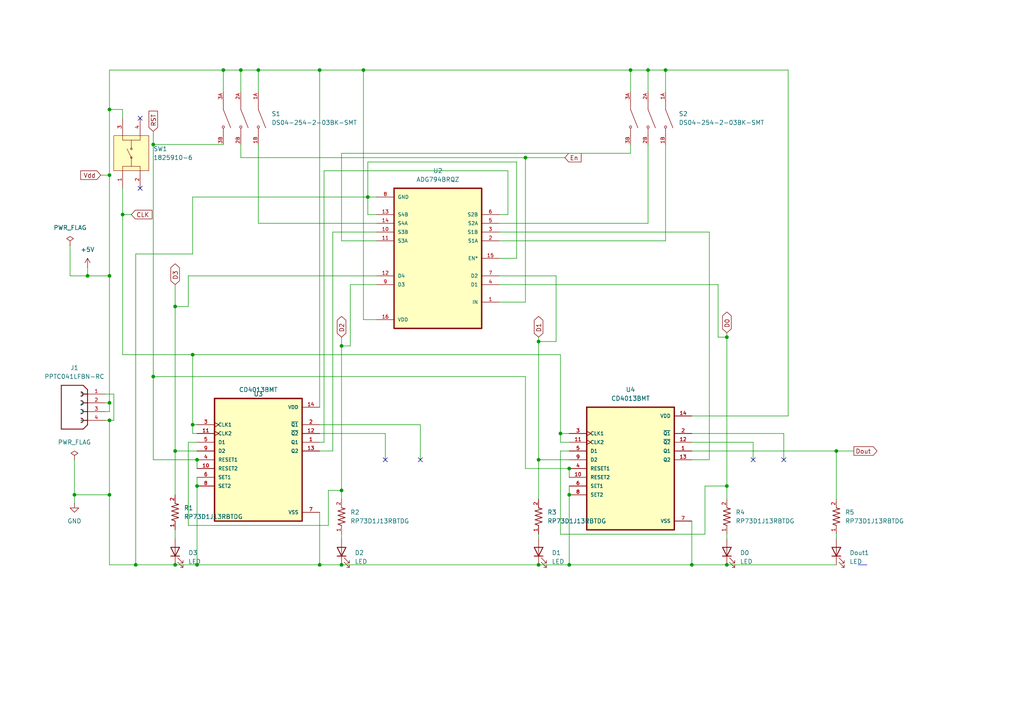
<source format=kicad_sch>
(kicad_sch (version 20231120) (generator "eeschema") (generator_version "8.0")
  (paper "A4")
  (lib_symbols
    (symbol "1825910-6:1825910-6" (pin_names (offset 1.016))
      (property "Reference" "SW" (at -5.0897 5.8532 0))
      (property "Value" "1825910-6" (at -5.0883 -7.6325 0))
      (symbol "1825910-6_0_0"
        (rectangle (start -5.08 -5.08) (end 5.08 5.08) (stroke (width 0.127)) (fill (type background)))
        (circle (center -1.27 0) (radius 0.254) (stroke (width 0.127)))
        (polyline (pts (xy -5.08 2.54) (xy -3.81 2.54)) (stroke (width 0.127)))
        (polyline (pts (xy -3.81 -2.54) (xy -5.08 -2.54)) (stroke (width 0.127)))
        (polyline (pts (xy -3.81 0) (xy -3.81 -2.54)) (stroke (width 0.127)))
        (polyline (pts (xy -3.81 0) (xy -1.27 0)) (stroke (width 0.127)))
        (polyline (pts (xy -3.81 2.54) (xy -3.81 0)) (stroke (width 0.127)))
        (polyline (pts (xy -1.27 0) (xy 1.27 1.27)) (stroke (width 0.127)))
        (polyline (pts (xy 1.27 0) (xy 3.81 0)) (stroke (width 0.127)))
        (polyline (pts (xy 3.81 -2.54) (xy 5.08 -2.54)) (stroke (width 0.127)))
        (polyline (pts (xy 3.81 0) (xy 3.81 -2.54)) (stroke (width 0.127)))
        (polyline (pts (xy 3.81 0) (xy 3.81 2.54)) (stroke (width 0.127)))
        (polyline (pts (xy 3.81 2.54) (xy 5.08 2.54)) (stroke (width 0.127)))
        (circle (center 1.27 0) (radius 0.254) (stroke (width 0.127)))
        (pin passive line (at -10.16 2.54 0) (length 5.08) (name "~") (number "1"))
        (pin passive line (at -10.16 -2.54 0) (length 5.08) (name "~") (number "2"))
        (pin passive line (at 10.16 2.54 180) (length 5.08) (name "~") (number "3"))
        (pin passive line (at 10.16 -2.54 180) (length 5.08) (name "~") (number "4"))
      )
    )
    (symbol "ADG794BRQZ:ADG794BRQZ" (pin_names (offset 1.016))
      (property "Reference" "U" (at -12.7 21.32 0))
      (property "Value" "ADG794BRQZ" (at -12.7 -24.32 0))
      (symbol "ADG794BRQZ_0_0"
        (rectangle (start -12.7 -20.32) (end 12.7 20.32) (stroke (width 0.41)) (fill (type background)))
        (pin input line (at -17.78 12.7 0) (length 5.08) (name "IN") (number "1"))
        (pin bidirectional line (at 17.78 -7.62 180) (length 5.08) (name "S3B") (number "10"))
        (pin bidirectional line (at 17.78 -5.08 180) (length 5.08) (name "S3A") (number "11"))
        (pin bidirectional line (at 17.78 5.08 180) (length 5.08) (name "D4") (number "12"))
        (pin bidirectional line (at 17.78 -12.7 180) (length 5.08) (name "S4B") (number "13"))
        (pin bidirectional line (at 17.78 -10.16 180) (length 5.08) (name "S4A") (number "14"))
        (pin bidirectional line (at -17.78 0 0) (length 5.08) (name "EN*") (number "15"))
        (pin power_in line (at 17.78 17.78 180) (length 5.08) (name "VDD") (number "16"))
        (pin bidirectional line (at -17.78 -5.08 0) (length 5.08) (name "S1A") (number "2"))
        (pin bidirectional line (at -17.78 -7.62 0) (length 5.08) (name "S1B") (number "3"))
        (pin bidirectional line (at -17.78 7.62 0) (length 5.08) (name "D1") (number "4"))
        (pin bidirectional line (at -17.78 -10.16 0) (length 5.08) (name "S2A") (number "5"))
        (pin bidirectional line (at -17.78 -12.7 0) (length 5.08) (name "S2B") (number "6"))
        (pin bidirectional line (at -17.78 5.08 0) (length 5.08) (name "D2") (number "7"))
        (pin power_in line (at 17.78 -17.78 180) (length 5.08) (name "GND") (number "8"))
        (pin bidirectional line (at 17.78 7.62 180) (length 5.08) (name "D3") (number "9"))
      )
    )
    (symbol "CD4013BMT:CD4013BMT" (pin_names (offset 1.016))
      (property "Reference" "U" (at -12.7 18.78 0))
      (property "Value" "CD4013BMT" (at -12.7 -21.78 0))
      (symbol "CD4013BMT_0_0"
        (rectangle (start -12.7 -17.78) (end 12.7 17.78) (stroke (width 0.41)) (fill (type background)))
        (pin output line (at 17.78 5.08 180) (length 5.08) (name "Q1") (number "1"))
        (pin input line (at -17.78 -2.54 0) (length 5.08) (name "RESET2") (number "10"))
        (pin input clock (at -17.78 7.62 0) (length 5.08) (name "CLK2") (number "11"))
        (pin output line (at 17.78 7.62 180) (length 5.08) (name "~{Q2}") (number "12"))
        (pin output line (at 17.78 2.54 180) (length 5.08) (name "Q2") (number "13"))
        (pin power_in line (at 17.78 15.24 180) (length 5.08) (name "VDD") (number "14"))
        (pin output line (at 17.78 10.16 180) (length 5.08) (name "~{Q1}") (number "2"))
        (pin input clock (at -17.78 10.16 0) (length 5.08) (name "CLK1") (number "3"))
        (pin input line (at -17.78 0 0) (length 5.08) (name "RESET1") (number "4"))
        (pin input line (at -17.78 5.08 0) (length 5.08) (name "D1") (number "5"))
        (pin input line (at -17.78 -5.08 0) (length 5.08) (name "SET1") (number "6"))
        (pin power_in line (at 17.78 -15.24 180) (length 5.08) (name "VSS") (number "7"))
        (pin input line (at -17.78 -7.62 0) (length 5.08) (name "SET2") (number "8"))
        (pin input line (at -17.78 2.54 0) (length 5.08) (name "D2") (number "9"))
      )
    )
    (symbol "DS04-254-2-03BK-SMT:DS04-254-2-03BK-SMT" (pin_names (offset 1.016))
      (property "Reference" "S" (at -2.54 7.62 0))
      (property "Value" "DS04-254-2-03BK-SMT" (at -2.54 -7.62 0))
      (symbol "DS04-254-2-03BK-SMT_0_0"
        (polyline (pts (xy -2.54 -5.08) (xy -5.08 -5.08)) (stroke (width 0.1524)))
        (polyline (pts (xy -2.54 -5.08) (xy 2.794 -2.9464)) (stroke (width 0.1524)))
        (polyline (pts (xy -2.54 0) (xy -5.08 0)) (stroke (width 0.1524)))
        (polyline (pts (xy -2.54 0) (xy 2.794 2.1336)) (stroke (width 0.1524)))
        (polyline (pts (xy -2.54 5.08) (xy -5.08 5.08)) (stroke (width 0.1524)))
        (polyline (pts (xy -2.54 5.08) (xy 2.794 7.2136)) (stroke (width 0.1524)))
        (polyline (pts (xy 5.08 -5.08) (xy 2.921 -5.08)) (stroke (width 0.1524)))
        (polyline (pts (xy 5.08 0) (xy 2.921 0)) (stroke (width 0.1524)))
        (polyline (pts (xy 5.08 5.08) (xy 2.921 5.08)) (stroke (width 0.1524)))
        (circle (center 2.54 -5.08) (radius 0.3302) (stroke (width 0.1524)))
        (circle (center 2.54 0) (radius 0.3302) (stroke (width 0.1524)))
        (circle (center 2.54 5.08) (radius 0.3302) (stroke (width 0.1524)))
        (pin passive line (at -7.62 5.08 0) (length 2.54) (name "~") (number "1A"))
        (pin passive line (at 7.62 5.08 180) (length 2.54) (name "~") (number "1B"))
        (pin passive line (at -7.62 0 0) (length 2.54) (name "~") (number "2A"))
        (pin passive line (at 7.62 0 180) (length 2.54) (name "~") (number "2B"))
        (pin passive line (at -7.62 -5.08 0) (length 2.54) (name "~") (number "3A"))
        (pin passive line (at 7.62 -5.08 180) (length 2.54) (name "~") (number "3B"))
      )
    )
    (symbol "Device:LED" (pin_numbers hide) (pin_names (offset 1.016) hide)
      (property "Reference" "D" (at 0 2.54 0))
      (property "Value" "LED" (at 0 -2.54 0))
      (symbol "LED_0_1"
        (polyline (pts (xy -1.27 -1.27) (xy -1.27 1.27)) (stroke (width 0.254)))
        (polyline (pts (xy -1.27 0) (xy 1.27 0)))
        (polyline (pts (xy 1.27 -1.27) (xy 1.27 1.27) (xy -1.27 0) (xy 1.27 -1.27)) (stroke (width 0.254)))
        (polyline (pts (xy -3.048 -0.762) (xy -4.572 -2.286) (xy -3.81 -2.286) (xy -4.572 -2.286) (xy -4.572 -1.524)))
        (polyline (pts (xy -1.778 -0.762) (xy -3.302 -2.286) (xy -2.54 -2.286) (xy -3.302 -2.286) (xy -3.302 -1.524)))
      )
      (symbol "LED_1_1"
        (pin passive line (at -3.81 0 0) (length 2.54) (name "K") (number "1"))
        (pin passive line (at 3.81 0 180) (length 2.54) (name "A") (number "2"))
      )
    )
    (symbol "PPTC041LFBN-RC:PPTC041LFBN-RC" (pin_names (offset 1.016))
      (property "Reference" "J" (at -7.62 6.35 0))
      (property "Value" "PPTC041LFBN-RC" (at -7.62 -10.16 0))
      (symbol "PPTC041LFBN-RC_0_0"
        (arc (start -1.905 -5.715) (mid -1.2727 -5.08) (end -1.905 -4.445) (stroke (width 0.254)))
        (arc (start -1.905 -3.175) (mid -1.2727 -2.54) (end -1.905 -1.905) (stroke (width 0.254)))
        (arc (start -1.905 -0.635) (mid -1.2727 0) (end -1.905 0.635) (stroke (width 0.254)))
        (arc (start -1.905 1.905) (mid -1.2727 2.54) (end -1.905 3.175) (stroke (width 0.254)))
        (polyline (pts (xy -7.62 -7.62) (xy -7.62 5.08)) (stroke (width 0.254)))
        (polyline (pts (xy -7.62 5.08) (xy -1.27 5.08)) (stroke (width 0.254)))
        (polyline (pts (xy -1.27 -7.62) (xy -7.62 -7.62)) (stroke (width 0.254)))
        (polyline (pts (xy 0 -6.35) (xy -1.27 -7.62)) (stroke (width 0.254)))
        (polyline (pts (xy 0 -5.08) (xy -1.27 -5.08)) (stroke (width 0.254)))
        (polyline (pts (xy 0 -2.54) (xy -1.27 -2.54)) (stroke (width 0.254)))
        (polyline (pts (xy 0 0) (xy -1.27 0)) (stroke (width 0.254)))
        (polyline (pts (xy 0 2.54) (xy -1.27 2.54)) (stroke (width 0.254)))
        (polyline (pts (xy 0 2.54) (xy 0 -6.35)) (stroke (width 0.254)))
        (polyline (pts (xy 0 3.81) (xy -1.27 5.08)) (stroke (width 0.254)))
        (polyline (pts (xy 0 3.81) (xy 0 2.54)) (stroke (width 0.254)))
        (pin passive line (at 5.08 2.54 180) (length 5.08) (name "1") (number "1"))
        (pin passive line (at 5.08 0 180) (length 5.08) (name "2") (number "2"))
        (pin passive line (at 5.08 -2.54 180) (length 5.08) (name "3") (number "3"))
        (pin passive line (at 5.08 -5.08 180) (length 5.08) (name "4") (number "4"))
      )
    )
    (symbol "RP73D1J13RBTDG:RP73D1J13RBTDG" (pin_names (offset 1.016))
      (property "Reference" "R" (at -3.81 1.4986 0))
      (property "Value" "RP73D1J13RBTDG" (at -3.81 -3.302 0))
      (symbol "RP73D1J13RBTDG_0_0"
        (polyline (pts (xy -2.54 0) (xy -2.159 1.016)) (stroke (width 0.2032)))
        (polyline (pts (xy -2.159 1.016) (xy -1.524 -1.016)) (stroke (width 0.2032)))
        (polyline (pts (xy -1.524 -1.016) (xy -0.889 1.016)) (stroke (width 0.2032)))
        (polyline (pts (xy -0.889 1.016) (xy -0.254 -1.016)) (stroke (width 0.2032)))
        (polyline (pts (xy -0.254 -1.016) (xy 0.381 1.016)) (stroke (width 0.2032)))
        (polyline (pts (xy 0.381 1.016) (xy 1.016 -1.016)) (stroke (width 0.2032)))
        (polyline (pts (xy 1.016 -1.016) (xy 1.651 1.016)) (stroke (width 0.2032)))
        (polyline (pts (xy 1.651 1.016) (xy 2.286 -1.016)) (stroke (width 0.2032)))
        (polyline (pts (xy 2.286 -1.016) (xy 2.54 0)) (stroke (width 0.2032)))
        (pin passive line (at -5.08 0 0) (length 2.54) (name "~") (number "1"))
        (pin passive line (at 5.08 0 180) (length 2.54) (name "~") (number "2"))
      )
    )
    (symbol "power:+5V" (power) (pin_numbers hide) (pin_names (offset 0) hide)
      (property "Value" "+5V" (at 0 3.556 0))
      (symbol "+5V_0_1"
        (polyline (pts (xy -0.762 1.27) (xy 0 2.54)))
        (polyline (pts (xy 0 0) (xy 0 2.54)))
        (polyline (pts (xy 0 2.54) (xy 0.762 1.27)))
      )
      (symbol "+5V_1_1"
        (pin power_in line (at 0 0 90) (length 0) (name "~") (number "1"))
      )
    )
    (symbol "power:GND" (power) (pin_numbers hide) (pin_names (offset 0) hide)
      (property "Value" "GND" (at 0 -3.81 0))
      (symbol "GND_0_1"
        (polyline (pts (xy 0 0) (xy 0 -1.27) (xy 1.27 -1.27) (xy 0 -2.54) (xy -1.27 -1.27) (xy 0 -1.27)))
      )
      (symbol "GND_1_1"
        (pin power_in line (at 0 0 270) (length 0) (name "~") (number "1"))
      )
    )
    (symbol "power:PWR_FLAG" (power) (pin_numbers hide) (pin_names (offset 0) hide)
      (property "Value" "PWR_FLAG" (at 0 3.81 0))
      (symbol "PWR_FLAG_0_0"
        (pin power_out line (at 0 0 90) (length 0) (name "~") (number "1"))
      )
      (symbol "PWR_FLAG_0_1"
        (polyline (pts (xy 0 0) (xy 0 1.27) (xy -1.016 1.905) (xy 0 2.54) (xy 1.016 1.905) (xy 0 1.27)))
      )
    )
  )
  (junction (at 64.77 20.32))
  (junction (at 156.21 163.83))
  (junction (at 106.68 57.15))
  (junction (at 57.15 163.83))
  (junction (at 105.41 20.32))
  (junction (at 187.96 20.32))
  (junction (at 31.75 50.8))
  (junction (at 99.06 100.33))
  (junction (at 57.15 133.35))
  (junction (at 92.71 20.32))
  (junction (at 69.85 20.32))
  (junction (at 74.93 20.32))
  (junction (at 50.8 88.9))
  (junction (at 165.1 143.51))
  (junction (at 92.71 163.83))
  (junction (at 156.21 99.06))
  (junction (at 55.88 102.87))
  (junction (at 152.4 45.72))
  (junction (at 31.75 121.92))
  (junction (at 21.59 143.51))
  (junction (at 162.56 125.73))
  (junction (at 210.82 97.79))
  (junction (at 57.15 140.97))
  (junction (at 242.57 130.81))
  (junction (at 165.1 135.89))
  (junction (at 39.37 163.83))
  (junction (at 31.75 116.84))
  (junction (at 44.45 41.91))
  (junction (at 182.88 20.32))
  (junction (at 25.4 80.01))
  (junction (at 50.8 163.83))
  (junction (at 31.75 31.75))
  (junction (at 31.75 80.01))
  (junction (at 210.82 140.97))
  (junction (at 99.06 163.83))
  (junction (at 156.21 133.35))
  (junction (at 193.04 20.32))
  (junction (at 50.8 130.81))
  (junction (at 55.88 123.19))
  (junction (at 210.82 163.83))
  (junction (at 35.56 62.23))
  (junction (at 44.45 109.22))
  (junction (at 165.1 163.83))
  (junction (at 200.66 163.83))
  (junction (at 99.06 142.24))
  (junction (at 31.75 143.51))
  (no_connect (at 121.92 133.35))
  (no_connect (at 40.64 34.29))
  (no_connect (at 218.44 133.35))
  (no_connect (at 40.64 54.61))
  (no_connect (at 369.57 76.2))
  (no_connect (at 111.76 133.35))
  (no_connect (at 227.33 133.35))
  (wire (pts (xy 35.56 31.75) (xy 35.56 34.29)))
  (wire (pts (xy 93.98 49.53) (xy 147.32 49.53)))
  (wire (pts (xy 156.21 133.35) (xy 165.1 133.35)))
  (wire (pts (xy 55.88 73.66) (xy 39.37 73.66)))
  (wire (pts (xy 99.06 154.94) (xy 99.06 156.21)))
  (wire (pts (xy 156.21 154.94) (xy 156.21 156.21)))
  (wire (pts (xy 165.1 143.51) (xy 165.1 163.83)))
  (wire (pts (xy 55.88 102.87) (xy 55.88 123.19)))
  (wire (pts (xy 105.41 20.32) (xy 105.41 92.71)))
  (wire (pts (xy 204.47 140.97) (xy 210.82 140.97)))
  (wire (pts (xy 44.45 41.91) (xy 64.77 41.91)))
  (wire (pts (xy 50.8 130.81) (xy 50.8 143.51)))
  (wire (pts (xy 92.71 130.81) (xy 96.52 130.81)))
  (wire (pts (xy 210.82 96.52) (xy 210.82 97.79)))
  (wire (pts (xy 200.66 128.27) (xy 218.44 128.27)))
  (wire (pts (xy 96.52 67.31) (xy 96.52 130.81)))
  (wire (pts (xy 54.61 152.4) (xy 95.25 152.4)))
  (wire (pts (xy 21.59 133.35) (xy 21.59 143.51)))
  (wire (pts (xy 156.21 99.06) (xy 156.21 133.35)))
  (wire (pts (xy 187.96 64.77) (xy 144.78 64.77)))
  (wire (pts (xy 200.66 125.73) (xy 227.33 125.73)))
  (wire (pts (xy 35.56 62.23) (xy 38.1 62.23)))
  (wire (pts (xy 109.22 92.71) (xy 105.41 92.71)))
  (wire (pts (xy 106.68 46.99) (xy 106.68 57.15)))
  (wire (pts (xy 149.86 46.99) (xy 106.68 46.99)))
  (wire (pts (xy 92.71 20.32) (xy 74.93 20.32)))
  (wire (pts (xy 57.15 125.73) (xy 55.88 125.73)))
  (wire (pts (xy 96.52 67.31) (xy 109.22 67.31)))
  (wire (pts (xy 210.82 97.79) (xy 210.82 140.97)))
  (wire (pts (xy 50.8 153.67) (xy 50.8 156.21)))
  (wire (pts (xy 208.28 97.79) (xy 210.82 97.79)))
  (wire (pts (xy 205.74 67.31) (xy 144.78 67.31)))
  (wire (pts (xy 44.45 38.1) (xy 44.45 41.91)))
  (wire (pts (xy 35.56 102.87) (xy 55.88 102.87)))
  (wire (pts (xy 55.88 102.87) (xy 162.56 102.87)))
  (wire (pts (xy 54.61 128.27) (xy 54.61 152.4)))
  (wire (pts (xy 193.04 41.91) (xy 193.04 69.85)))
  (wire (pts (xy 31.75 20.32) (xy 31.75 31.75)))
  (wire (pts (xy 165.1 140.97) (xy 165.1 143.51)))
  (wire (pts (xy 165.1 163.83) (xy 200.66 163.83)))
  (wire (pts (xy 54.61 88.9) (xy 54.61 80.01)))
  (wire (pts (xy 218.44 128.27) (xy 218.44 133.35)))
  (wire (pts (xy 57.15 133.35) (xy 57.15 135.89)))
  (wire (pts (xy 92.71 163.83) (xy 99.06 163.83)))
  (wire (pts (xy 152.4 87.63) (xy 152.4 45.72)))
  (wire (pts (xy 99.06 163.83) (xy 156.21 163.83)))
  (wire (pts (xy 162.56 125.73) (xy 165.1 125.73)))
  (wire (pts (xy 57.15 163.83) (xy 92.71 163.83)))
  (wire (pts (xy 25.4 77.47) (xy 25.4 80.01)))
  (wire (pts (xy 57.15 133.35) (xy 44.45 133.35)))
  (wire (pts (xy 30.48 119.38) (xy 31.75 119.38)))
  (wire (pts (xy 30.48 114.3) (xy 33.02 114.3)))
  (wire (pts (xy 69.85 45.72) (xy 69.85 41.91)))
  (wire (pts (xy 69.85 45.72) (xy 152.4 45.72)))
  (wire (pts (xy 111.76 125.73) (xy 111.76 133.35)))
  (wire (pts (xy 92.71 128.27) (xy 93.98 128.27)))
  (wire (pts (xy 149.86 74.93) (xy 149.86 46.99)))
  (wire (pts (xy 208.28 82.55) (xy 144.78 82.55)))
  (wire (pts (xy 99.06 100.33) (xy 99.06 142.24)))
  (wire (pts (xy 182.88 20.32) (xy 182.88 26.67)))
  (wire (pts (xy 144.78 74.93) (xy 149.86 74.93)))
  (wire (pts (xy 162.56 130.81) (xy 162.56 154.94)))
  (wire (pts (xy 95.25 142.24) (xy 99.06 142.24)))
  (wire (pts (xy 227.33 125.73) (xy 227.33 133.35)))
  (wire (pts (xy 208.28 82.55) (xy 208.28 97.79)))
  (wire (pts (xy 204.47 154.94) (xy 204.47 140.97)))
  (wire (pts (xy 105.41 20.32) (xy 182.88 20.32)))
  (wire (pts (xy 162.56 125.73) (xy 162.56 128.27)))
  (wire (pts (xy 95.25 152.4) (xy 95.25 142.24)))
  (wire (pts (xy 33.02 114.3) (xy 33.02 121.92)))
  (wire (pts (xy 99.06 69.85) (xy 99.06 44.45)))
  (wire (pts (xy 101.6 82.55) (xy 109.22 82.55)))
  (wire (pts (xy 57.15 123.19) (xy 55.88 123.19)))
  (wire (pts (xy 200.66 120.65) (xy 228.6 120.65)))
  (wire (pts (xy 101.6 100.33) (xy 99.06 100.33)))
  (wire (pts (xy 31.75 143.51) (xy 31.75 163.83)))
  (wire (pts (xy 187.96 41.91) (xy 187.96 64.77)))
  (wire (pts (xy 147.32 62.23) (xy 147.32 49.53)))
  (wire (pts (xy 35.56 54.61) (xy 35.56 62.23)))
  (polyline (pts (xy 248.92 163.83) (xy 251.46 163.83)))
  (wire (pts (xy 33.02 121.92) (xy 31.75 121.92)))
  (wire (pts (xy 210.82 154.94) (xy 210.82 156.21)))
  (wire (pts (xy 162.56 128.27) (xy 165.1 128.27)))
  (wire (pts (xy 187.96 20.32) (xy 187.96 26.67)))
  (wire (pts (xy 50.8 88.9) (xy 50.8 130.81)))
  (wire (pts (xy 64.77 26.67) (xy 64.77 20.32)))
  (wire (pts (xy 152.4 109.22) (xy 44.45 109.22)))
  (wire (pts (xy 31.75 80.01) (xy 31.75 116.84)))
  (wire (pts (xy 121.92 123.19) (xy 121.92 133.35)))
  (wire (pts (xy 242.57 130.81) (xy 242.57 144.78)))
  (wire (pts (xy 54.61 80.01) (xy 109.22 80.01)))
  (wire (pts (xy 57.15 138.43) (xy 57.15 140.97)))
  (wire (pts (xy 30.48 121.92) (xy 31.75 121.92)))
  (wire (pts (xy 55.88 125.73) (xy 55.88 123.19)))
  (wire (pts (xy 31.75 31.75) (xy 35.56 31.75)))
  (wire (pts (xy 182.88 41.91) (xy 182.88 44.45)))
  (wire (pts (xy 242.57 154.94) (xy 242.57 156.21)))
  (wire (pts (xy 200.66 163.83) (xy 210.82 163.83)))
  (wire (pts (xy 44.45 41.91) (xy 44.45 109.22)))
  (wire (pts (xy 99.06 44.45) (xy 182.88 44.45)))
  (wire (pts (xy 25.4 80.01) (xy 31.75 80.01)))
  (wire (pts (xy 111.76 125.73) (xy 92.71 125.73)))
  (wire (pts (xy 205.74 67.31) (xy 205.74 133.35)))
  (wire (pts (xy 193.04 20.32) (xy 187.96 20.32)))
  (wire (pts (xy 31.75 50.8) (xy 31.75 80.01)))
  (wire (pts (xy 187.96 20.32) (xy 182.88 20.32)))
  (wire (pts (xy 228.6 120.65) (xy 228.6 20.32)))
  (wire (pts (xy 39.37 73.66) (xy 39.37 163.83)))
  (wire (pts (xy 31.75 20.32) (xy 64.77 20.32)))
  (wire (pts (xy 50.8 82.55) (xy 50.8 88.9)))
  (wire (pts (xy 54.61 128.27) (xy 57.15 128.27)))
  (wire (pts (xy 21.59 143.51) (xy 31.75 143.51)))
  (wire (pts (xy 161.29 80.01) (xy 161.29 99.06)))
  (wire (pts (xy 161.29 99.06) (xy 156.21 99.06)))
  (wire (pts (xy 55.88 57.15) (xy 55.88 73.66)))
  (wire (pts (xy 92.71 148.59) (xy 92.71 163.83)))
  (wire (pts (xy 165.1 135.89) (xy 152.4 135.89)))
  (wire (pts (xy 109.22 62.23) (xy 106.68 62.23)))
  (wire (pts (xy 39.37 163.83) (xy 50.8 163.83)))
  (wire (pts (xy 106.68 57.15) (xy 109.22 57.15)))
  (wire (pts (xy 54.61 88.9) (xy 50.8 88.9)))
  (wire (pts (xy 57.15 140.97) (xy 57.15 163.83)))
  (wire (pts (xy 161.29 80.01) (xy 144.78 80.01)))
  (wire (pts (xy 106.68 62.23) (xy 106.68 57.15)))
  (wire (pts (xy 101.6 82.55) (xy 101.6 100.33)))
  (wire (pts (xy 162.56 130.81) (xy 165.1 130.81)))
  (wire (pts (xy 144.78 87.63) (xy 152.4 87.63)))
  (wire (pts (xy 156.21 133.35) (xy 156.21 144.78)))
  (wire (pts (xy 69.85 20.32) (xy 64.77 20.32)))
  (wire (pts (xy 92.71 20.32) (xy 92.71 118.11)))
  (wire (pts (xy 20.32 80.01) (xy 25.4 80.01)))
  (wire (pts (xy 193.04 69.85) (xy 144.78 69.85)))
  (wire (pts (xy 156.21 97.79) (xy 156.21 99.06)))
  (wire (pts (xy 20.32 71.12) (xy 20.32 80.01)))
  (wire (pts (xy 162.56 154.94) (xy 204.47 154.94)))
  (wire (pts (xy 200.66 151.13) (xy 200.66 163.83)))
  (wire (pts (xy 74.93 64.77) (xy 74.93 41.91)))
  (wire (pts (xy 162.56 102.87) (xy 162.56 125.73)))
  (wire (pts (xy 242.57 130.81) (xy 247.65 130.81)))
  (wire (pts (xy 147.32 62.23) (xy 144.78 62.23)))
  (wire (pts (xy 228.6 20.32) (xy 193.04 20.32)))
  (wire (pts (xy 29.21 50.8) (xy 31.75 50.8)))
  (wire (pts (xy 205.74 133.35) (xy 200.66 133.35)))
  (wire (pts (xy 193.04 26.67) (xy 193.04 20.32)))
  (wire (pts (xy 31.75 121.92) (xy 31.75 143.51)))
  (wire (pts (xy 92.71 123.19) (xy 121.92 123.19)))
  (wire (pts (xy 99.06 142.24) (xy 99.06 144.78)))
  (wire (pts (xy 31.75 31.75) (xy 31.75 50.8)))
  (wire (pts (xy 106.68 57.15) (xy 55.88 57.15)))
  (wire (pts (xy 99.06 69.85) (xy 109.22 69.85)))
  (wire (pts (xy 165.1 135.89) (xy 165.1 138.43)))
  (wire (pts (xy 152.4 109.22) (xy 152.4 135.89)))
  (wire (pts (xy 99.06 97.79) (xy 99.06 100.33)))
  (wire (pts (xy 92.71 20.32) (xy 105.41 20.32)))
  (wire (pts (xy 69.85 20.32) (xy 69.85 26.67)))
  (wire (pts (xy 35.56 62.23) (xy 35.56 102.87)))
  (wire (pts (xy 210.82 140.97) (xy 210.82 144.78)))
  (wire (pts (xy 21.59 143.51) (xy 21.59 146.05)))
  (wire (pts (xy 152.4 45.72) (xy 163.83 45.72)))
  (wire (pts (xy 31.75 116.84) (xy 31.75 119.38)))
  (wire (pts (xy 93.98 49.53) (xy 93.98 128.27)))
  (wire (pts (xy 50.8 163.83) (xy 57.15 163.83)))
  (wire (pts (xy 200.66 130.81) (xy 242.57 130.81)))
  (wire (pts (xy 31.75 163.83) (xy 39.37 163.83)))
  (wire (pts (xy 74.93 64.77) (xy 109.22 64.77)))
  (wire (pts (xy 74.93 20.32) (xy 69.85 20.32)))
  (wire (pts (xy 30.48 116.84) (xy 31.75 116.84)))
  (wire (pts (xy 156.21 163.83) (xy 165.1 163.83)))
  (wire (pts (xy 44.45 109.22) (xy 44.45 133.35)))
  (wire (pts (xy 50.8 130.81) (xy 57.15 130.81)))
  (wire (pts (xy 210.82 163.83) (xy 242.57 163.83)))
  (wire (pts (xy 74.93 20.32) (xy 74.93 26.67)))
  (global_label "RST" (shape input) (at 44.45 38.1 90) (property "Intersheetrefs" "${INTERSHEET_REFS}" (effects (hide yes))))
  (global_label "En" (shape input) (at 163.83 45.72 0) (property "Intersheetrefs" "${INTERSHEET_REFS}" (effects (hide yes))))
  (global_label "D3" (shape bidirectional) (at 50.8 82.55 90) (property "Intersheetrefs" "${INTERSHEET_REFS}" (effects (hide yes))))
  (global_label "Vdd" (shape input) (at 29.21 50.8 180) (property "Intersheetrefs" "${INTERSHEET_REFS}" (effects (hide yes))))
  (global_label "D2" (shape bidirectional) (at 99.06 97.79 90) (property "Intersheetrefs" "${INTERSHEET_REFS}" (effects (hide yes))))
  (global_label "D1" (shape bidirectional) (at 156.21 97.79 90) (property "Intersheetrefs" "${INTERSHEET_REFS}" (effects (hide yes))))
  (global_label "Dout" (shape output) (at 247.65 130.81 0) (property "Intersheetrefs" "${INTERSHEET_REFS}" (effects (hide yes))))
  (global_label "CLK" (shape input) (at 38.1 62.23 0) (property "Intersheetrefs" "${INTERSHEET_REFS}" (effects (hide yes))))
  (global_label "D0" (shape bidirectional) (at 210.82 96.52 90) (property "Intersheetrefs" "${INTERSHEET_REFS}" (effects (hide yes))))
  (symbol (lib_id "Device:LED") (at 99.06 160.02 90) (unit 1)
    (property "Reference" "D2" (at 102.87 160.3374 90) (effects (justify right)))
    (property "Value" "LED" (at 102.87 162.8774 90) (effects (justify right)))
    (property "Footprint" "LED_THT:LED_D5.0mm" (effects (hide yes)))
    (property "Description" "Light emitting diode" (effects (hide yes)))
  )
  (symbol (lib_id "DS04-254-2-03BK-SMT:DS04-254-2-03BK-SMT") (at 69.85 34.29 270) (unit 1)
    (property "Reference" "S1" (at 78.74 33.0199 90) (effects (justify left)))
    (property "Value" "DS04-254-2-03BK-SMT" (at 78.74 35.5599 90) (effects (justify left)))
    (property "Footprint" "DS04-254-2-03BK-SMT:SW_DS04-254-2-03BK-SMT" (effects (hide yes)))
    (property "MF" "CUI Devices" (effects (hide yes)))
    (property "MAXIMUM_PACKAGE_HEIGHT" "4.86 mm" (effects (hide yes)))
    (property "Package" "None" (effects (hide yes)))
    (property "Price" "None" (effects (hide yes)))
    (property "Check_prices" "https://www.snapeda.com/parts/DS04-254-2-03BK-SMT/CUI+Devices/view-part/?ref=eda" (effects (hide yes)))
    (property "STANDARD" "Manufacturer Recommendations" (effects (hide yes)))
    (property "PARTREV" "V0.0" (effects (hide yes)))
    (property "SnapEDA_Link" "https://www.snapeda.com/parts/DS04-254-2-03BK-SMT/CUI+Devices/view-part/?ref=snap" (effects (hide yes)))
    (property "MP" "DS04-254-2-03BK-SMT" (effects (hide yes)))
    (property "Description_1" "3 Position, Surface Mount, 2.54 mm Pitch, Flat Slide Actuator, Flat Bottom, SMT Pin, DIP Switch" (effects (hide yes)))
    (property "CUI_purchase_URL" "https://www.cuidevices.com/product/switches/dip-switches/ds04-254-2-03bk-smt?utm_source=snapeda.com&utm_medium=referral&utm_campaign=snapedaBOM" (effects (hide yes)))
    (property "Availability" "In Stock" (effects (hide yes)))
    (property "MANUFACTURER" "CUI Inc." (effects (hide yes)))
  )
  (symbol (lib_id "RP73D1J13RBTDG:RP73D1J13RBTDG") (at 99.06 149.86 90) (unit 1)
    (property "Reference" "R2" (at 101.6 148.5899 90) (effects (justify right)))
    (property "Value" "RP73D1J13RBTDG" (at 101.6 151.1299 90) (effects (justify right)))
    (property "Footprint" "RP73D1J13RBTDG:RESC1608X50N" (effects (hide yes)))
    (property "MF" "TE Connectivity" (effects (hide yes)))
    (property "Description_1" "\nRes, Thin Film, 13r, 0.1%, 0.1w, 0603\n" (effects (hide yes)))
    (property "Package" "0603 TE Connectivity / AMP" (effects (hide yes)))
    (property "Price" "None" (effects (hide yes)))
    (property "SnapEDA_Link" "https://www.snapeda.com/parts/RP73D1J13RBTDG/TE+Connectivity/view-part/?ref=snap" (effects (hide yes)))
    (property "MP" "RP73D1J13RBTDG" (effects (hide yes)))
    (property "Availability" "In Stock" (effects (hide yes)))
    (property "Check_prices" "https://www.snapeda.com/parts/RP73D1J13RBTDG/TE+Connectivity/view-part/?ref=eda" (effects (hide yes)))
  )
  (symbol (lib_id "power:+5V") (at 25.4 77.47 0) (unit 1)
    (property "Reference" "#PWR02" (effects (hide yes)))
    (property "Value" "+5V" (at 25.4 72.39 0))
    (property "Description" "Power symbol creates a global label with name \"+5V\"" (effects (hide yes)))
  )
  (symbol (lib_id "RP73D1J13RBTDG:RP73D1J13RBTDG") (at 50.8 148.59 90) (unit 1)
    (property "Reference" "R1" (at 53.34 147.3199 90) (effects (justify right)))
    (property "Value" "RP73D1J13RBTDG" (at 53.34 149.8599 90) (effects (justify right)))
    (property "Footprint" "RP73D1J13RBTDG:RESC1608X50N" (effects (hide yes)))
    (property "MF" "TE Connectivity" (effects (hide yes)))
    (property "Description_1" "\nRes, Thin Film, 13r, 0.1%, 0.1w, 0603\n" (effects (hide yes)))
    (property "Package" "0603 TE Connectivity / AMP" (effects (hide yes)))
    (property "Price" "None" (effects (hide yes)))
    (property "SnapEDA_Link" "https://www.snapeda.com/parts/RP73D1J13RBTDG/TE+Connectivity/view-part/?ref=snap" (effects (hide yes)))
    (property "MP" "RP73D1J13RBTDG" (effects (hide yes)))
    (property "Availability" "In Stock" (effects (hide yes)))
    (property "Check_prices" "https://www.snapeda.com/parts/RP73D1J13RBTDG/TE+Connectivity/view-part/?ref=eda" (effects (hide yes)))
  )
  (symbol (lib_id "Device:LED") (at 210.82 160.02 90) (unit 1)
    (property "Reference" "D0" (at 214.63 160.3374 90) (effects (justify right)))
    (property "Value" "LED" (at 214.63 162.8774 90) (effects (justify right)))
    (property "Footprint" "LED_THT:LED_D5.0mm" (effects (hide yes)))
    (property "Description" "Light emitting diode" (effects (hide yes)))
  )
  (symbol (lib_id "power:PWR_FLAG") (at 20.32 71.12 0) (unit 1)
    (property "Reference" "#FLG01" (effects (hide yes)))
    (property "Value" "PWR_FLAG" (at 20.32 66.04 0))
    (property "Description" "Special symbol for telling ERC where power comes from" (effects (hide yes)))
  )
  (symbol (lib_id "Device:LED") (at 156.21 160.02 90) (unit 1)
    (property "Reference" "D1" (at 160.02 160.3374 90) (effects (justify right)))
    (property "Value" "LED" (at 160.02 162.8774 90) (effects (justify right)))
    (property "Footprint" "LED_THT:LED_D5.0mm" (effects (hide yes)))
    (property "Description" "Light emitting diode" (effects (hide yes)))
  )
  (symbol (lib_id "DS04-254-2-03BK-SMT:DS04-254-2-03BK-SMT") (at 187.96 34.29 270) (unit 1)
    (property "Reference" "S2" (at 196.85 33.0199 90) (effects (justify left)))
    (property "Value" "DS04-254-2-03BK-SMT" (at 196.85 35.5599 90) (effects (justify left)))
    (property "Footprint" "DS04-254-2-03BK-SMT:SW_DS04-254-2-03BK-SMT" (effects (hide yes)))
    (property "MF" "CUI Devices" (effects (hide yes)))
    (property "MAXIMUM_PACKAGE_HEIGHT" "4.86 mm" (effects (hide yes)))
    (property "Package" "None" (effects (hide yes)))
    (property "Price" "None" (effects (hide yes)))
    (property "Check_prices" "https://www.snapeda.com/parts/DS04-254-2-03BK-SMT/CUI+Devices/view-part/?ref=eda" (effects (hide yes)))
    (property "STANDARD" "Manufacturer Recommendations" (effects (hide yes)))
    (property "PARTREV" "V0.0" (effects (hide yes)))
    (property "SnapEDA_Link" "https://www.snapeda.com/parts/DS04-254-2-03BK-SMT/CUI+Devices/view-part/?ref=snap" (effects (hide yes)))
    (property "MP" "DS04-254-2-03BK-SMT" (effects (hide yes)))
    (property "Description_1" "3 Position, Surface Mount, 2.54 mm Pitch, Flat Slide Actuator, Flat Bottom, SMT Pin, DIP Switch" (effects (hide yes)))
    (property "CUI_purchase_URL" "https://www.cuidevices.com/product/switches/dip-switches/ds04-254-2-03bk-smt?utm_source=snapeda.com&utm_medium=referral&utm_campaign=snapedaBOM" (effects (hide yes)))
    (property "Availability" "In Stock" (effects (hide yes)))
    (property "MANUFACTURER" "CUI Inc." (effects (hide yes)))
  )
  (symbol (lib_id "ADG794BRQZ:ADG794BRQZ") (at 127 74.93 180) (unit 1)
    (property "Reference" "U2" (at 127 49.53 0))
    (property "Value" "ADG794BRQZ" (at 127 52.07 0))
    (property "Footprint" "ADG794BRQZ:SOP64P600X175-16N" (effects (hide yes)))
    (property "MF" "Analog Devices" (effects (hide yes)))
    (property "Description_1" "\nMultiplexer Switch ICs Low Voltage, 300 MHz Quad 2:1 Mux\n" (effects (hide yes)))
    (property "Package" "None" (effects (hide yes)))
    (property "Price" "None" (effects (hide yes)))
    (property "SnapEDA_Link" "https://www.snapeda.com/parts/ADG794BRQZREEL7/Analog+Devices/view-part/?ref=snap" (effects (hide yes)))
    (property "MP" "ADG794BRQZREEL7" (effects (hide yes)))
    (property "Availability" "In Stock" (effects (hide yes)))
    (property "Check_prices" "https://www.snapeda.com/parts/ADG794BRQZREEL7/Analog+Devices/view-part/?ref=eda" (effects (hide yes)))
  )
  (symbol (lib_id "CD4013BMT:CD4013BMT") (at 74.93 133.35 0) (unit 1)
    (property "Reference" "U3" (at 74.93 114.3 0))
    (property "Value" "CD4013BMT" (at 74.93 113.03 0))
    (property "Footprint" "CD4013BMT:SOIC127P600X175-14N" (effects (hide yes)))
    (property "MF" "Texas Instruments" (effects (hide yes)))
    (property "Description_1" "\nCMOS Dual D-Type Flip Flop\n" (effects (hide yes)))
    (property "Package" "SOIC-14 Texas Instruments" (effects (hide yes)))
    (property "Price" "None" (effects (hide yes)))
    (property "SnapEDA_Link" "https://www.snapeda.com/parts/CD4013BMT/Texas+Instruments/view-part/?ref=snap" (effects (hide yes)))
    (property "MP" "CD4013BMT" (effects (hide yes)))
    (property "Purchase-URL" "https://www.snapeda.com/api/url_track_click_mouser/?unipart_id=434315&manufacturer=Texas Instruments&part_name=CD4013BMT&search_term=4013 ic" (effects (hide yes)))
    (property "Availability" "In Stock" (effects (hide yes)))
    (property "Check_prices" "https://www.snapeda.com/parts/CD4013BMT/Texas+Instruments/view-part/?ref=eda" (effects (hide yes)))
  )
  (symbol (lib_id "CD4013BMT:CD4013BMT") (at 182.88 135.89 0) (unit 1)
    (property "Reference" "U4" (at 182.88 113.03 0))
    (property "Value" "CD4013BMT" (at 182.88 115.57 0))
    (property "Footprint" "CD4013BMT:SOIC127P600X175-14N" (effects (hide yes)))
    (property "MF" "Texas Instruments" (effects (hide yes)))
    (property "Description_1" "\nCMOS Dual D-Type Flip Flop\n" (effects (hide yes)))
    (property "Package" "SOIC-14 Texas Instruments" (effects (hide yes)))
    (property "Price" "None" (effects (hide yes)))
    (property "SnapEDA_Link" "https://www.snapeda.com/parts/CD4013BMT/Texas+Instruments/view-part/?ref=snap" (effects (hide yes)))
    (property "MP" "CD4013BMT" (effects (hide yes)))
    (property "Purchase-URL" "https://www.snapeda.com/api/url_track_click_mouser/?unipart_id=434315&manufacturer=Texas Instruments&part_name=CD4013BMT&search_term=4013 ic" (effects (hide yes)))
    (property "Availability" "In Stock" (effects (hide yes)))
    (property "Check_prices" "https://www.snapeda.com/parts/CD4013BMT/Texas+Instruments/view-part/?ref=eda" (effects (hide yes)))
  )
  (symbol (lib_id "Device:LED") (at 242.57 160.02 90) (unit 1)
    (property "Reference" "Dout1" (at 246.38 160.3374 90) (effects (justify right)))
    (property "Value" "LED" (at 246.38 162.8774 90) (effects (justify right)))
    (property "Footprint" "LED_THT:LED_D5.0mm" (effects (hide yes)))
    (property "Description" "Light emitting diode" (effects (hide yes)))
  )
  (symbol (lib_id "PPTC041LFBN-RC:PPTC041LFBN-RC") (at 25.4 116.84 0) (unit 1)
    (property "Reference" "J1" (at 21.59 106.68 0))
    (property "Value" "PPTC041LFBN-RC" (at 21.59 109.22 0))
    (property "Footprint" "PPTC041LFBN-RC:SULLINS_PPTC041LFBN-RC" (effects (hide yes)))
    (property "MF" "Sullins Connector" (effects (hide yes)))
    (property "MAXIMUM_PACKAGE_HEIGHT" "8.5mm" (effects (hide yes)))
    (property "Package" "None" (effects (hide yes)))
    (property "Price" "None" (effects (hide yes)))
    (property "Check_prices" "https://www.snapeda.com/parts/PPTC041LFBN-RC/Sullins+Connector+Solutions/view-part/?ref=eda" (effects (hide yes)))
    (property "STANDARD" "Manufacturer Recommendations" (effects (hide yes)))
    (property "PARTREV" "J - 04/15/2015" (effects (hide yes)))
    (property "SnapEDA_Link" "https://www.snapeda.com/parts/PPTC041LFBN-RC/Sullins+Connector+Solutions/view-part/?ref=snap" (effects (hide yes)))
    (property "MP" "PPTC041LFBN-RC" (effects (hide yes)))
    (property "Description_1" "\n4 Position Header Connector 0.100 (2.54mm) Through Hole Tin\n" (effects (hide yes)))
    (property "Availability" "In Stock" (effects (hide yes)))
    (property "MANUFACTURER" "SULLINS" (effects (hide yes)))
  )
  (symbol (lib_id "RP73D1J13RBTDG:RP73D1J13RBTDG") (at 210.82 149.86 90) (unit 1)
    (property "Reference" "R4" (at 213.36 148.5899 90) (effects (justify right)))
    (property "Value" "RP73D1J13RBTDG" (at 213.36 151.1299 90) (effects (justify right)))
    (property "Footprint" "RP73D1J13RBTDG:RESC1608X50N" (effects (hide yes)))
    (property "MF" "TE Connectivity" (effects (hide yes)))
    (property "Description_1" "\nRes, Thin Film, 13r, 0.1%, 0.1w, 0603\n" (effects (hide yes)))
    (property "Package" "0603 TE Connectivity / AMP" (effects (hide yes)))
    (property "Price" "None" (effects (hide yes)))
    (property "SnapEDA_Link" "https://www.snapeda.com/parts/RP73D1J13RBTDG/TE+Connectivity/view-part/?ref=snap" (effects (hide yes)))
    (property "MP" "RP73D1J13RBTDG" (effects (hide yes)))
    (property "Availability" "In Stock" (effects (hide yes)))
    (property "Check_prices" "https://www.snapeda.com/parts/RP73D1J13RBTDG/TE+Connectivity/view-part/?ref=eda" (effects (hide yes)))
  )
  (symbol (lib_id "power:PWR_FLAG") (at 21.59 133.35 0) (unit 1)
    (property "Reference" "#FLG02" (effects (hide yes)))
    (property "Value" "PWR_FLAG" (at 21.59 128.27 0))
    (property "Description" "Special symbol for telling ERC where power comes from" (effects (hide yes)))
  )
  (symbol (lib_id "1825910-6:1825910-6") (at 38.1 44.45 90) (unit 1)
    (property "Reference" "SW1" (at 44.45 43.1799 90) (effects (justify right)))
    (property "Value" "1825910-6" (at 44.45 45.7199 90) (effects (justify right)))
    (property "Footprint" "1825910-6:SW_1825910-6-4" (effects (hide yes)))
    (property "Comment" "1825910-6" (effects (hide yes)))
    (property "MF" "TE Connectivity" (effects (hide yes)))
    (property "Description_1" "\nSwitch Push Button OFF (ON) SPST Round Button 0.05A 24VDC Momentary Contact PC Pins Thru-Hole\n" (effects (hide yes)))
    (property "Package" "None" (effects (hide yes)))
    (property "Price" "None" (effects (hide yes)))
    (property "Check_prices" "https://www.snapeda.com/parts/1825910-6/TE+Connectivity+ALCOSWITCH+Switches/view-part/?ref=eda" (effects (hide yes)))
    (property "STANDARD" "Manufacturer Recommendations" (effects (hide yes)))
    (property "PARTREV" "C10" (effects (hide yes)))
    (property "SnapEDA_Link" "https://www.snapeda.com/parts/1825910-6/TE+Connectivity+ALCOSWITCH+Switches/view-part/?ref=snap" (effects (hide yes)))
    (property "MP" "1825910-6" (effects (hide yes)))
    (property "Purchase-URL" "https://www.snapeda.com/api/url_track_click_mouser/?unipart_id=226996&manufacturer=TE Connectivity&part_name=1825910-6&search_term=None" (effects (hide yes)))
    (property "Availability" "In Stock" (effects (hide yes)))
    (property "MANUFACTURER" "TE CONNECTIVITY" (effects (hide yes)))
  )
  (symbol (lib_id "Device:LED") (at 50.8 160.02 90) (unit 1)
    (property "Reference" "D3" (at 54.61 160.3374 90) (effects (justify right)))
    (property "Value" "LED" (at 54.61 162.8774 90) (effects (justify right)))
    (property "Footprint" "LED_THT:LED_D5.0mm" (effects (hide yes)))
    (property "Description" "Light emitting diode" (effects (hide yes)))
  )
  (symbol (lib_id "RP73D1J13RBTDG:RP73D1J13RBTDG") (at 242.57 149.86 90) (unit 1)
    (property "Reference" "R5" (at 245.11 148.5899 90) (effects (justify right)))
    (property "Value" "RP73D1J13RBTDG" (at 245.11 151.1299 90) (effects (justify right)))
    (property "Footprint" "RP73D1J13RBTDG:RESC1608X50N" (effects (hide yes)))
    (property "MF" "TE Connectivity" (effects (hide yes)))
    (property "Description_1" "\nRes, Thin Film, 13r, 0.1%, 0.1w, 0603\n" (effects (hide yes)))
    (property "Package" "0603 TE Connectivity / AMP" (effects (hide yes)))
    (property "Price" "None" (effects (hide yes)))
    (property "SnapEDA_Link" "https://www.snapeda.com/parts/RP73D1J13RBTDG/TE+Connectivity/view-part/?ref=snap" (effects (hide yes)))
    (property "MP" "RP73D1J13RBTDG" (effects (hide yes)))
    (property "Availability" "In Stock" (effects (hide yes)))
    (property "Check_prices" "https://www.snapeda.com/parts/RP73D1J13RBTDG/TE+Connectivity/view-part/?ref=eda" (effects (hide yes)))
  )
  (symbol (lib_id "power:GND") (at 21.59 146.05 0) (unit 1)
    (property "Reference" "#PWR01" (effects (hide yes)))
    (property "Value" "GND" (at 21.59 151.13 0))
    (property "Description" "Power symbol creates a global label with name \"GND\" , ground" (effects (hide yes)))
  )
  (symbol (lib_id "RP73D1J13RBTDG:RP73D1J13RBTDG") (at 156.21 149.86 90) (unit 1)
    (property "Reference" "R3" (at 158.75 148.5899 90) (effects (justify right)))
    (property "Value" "RP73D1J13RBTDG" (at 158.75 151.1299 90) (effects (justify right)))
    (property "Footprint" "RP73D1J13RBTDG:RESC1608X50N" (effects (hide yes)))
    (property "MF" "TE Connectivity" (effects (hide yes)))
    (property "Description_1" "\nRes, Thin Film, 13r, 0.1%, 0.1w, 0603\n" (effects (hide yes)))
    (property "Package" "0603 TE Connectivity / AMP" (effects (hide yes)))
    (property "Price" "None" (effects (hide yes)))
    (property "SnapEDA_Link" "https://www.snapeda.com/parts/RP73D1J13RBTDG/TE+Connectivity/view-part/?ref=snap" (effects (hide yes)))
    (property "MP" "RP73D1J13RBTDG" (effects (hide yes)))
    (property "Availability" "In Stock" (effects (hide yes)))
    (property "Check_prices" "https://www.snapeda.com/parts/RP73D1J13RBTDG/TE+Connectivity/view-part/?ref=eda" (effects (hide yes)))
  )
)
</source>
